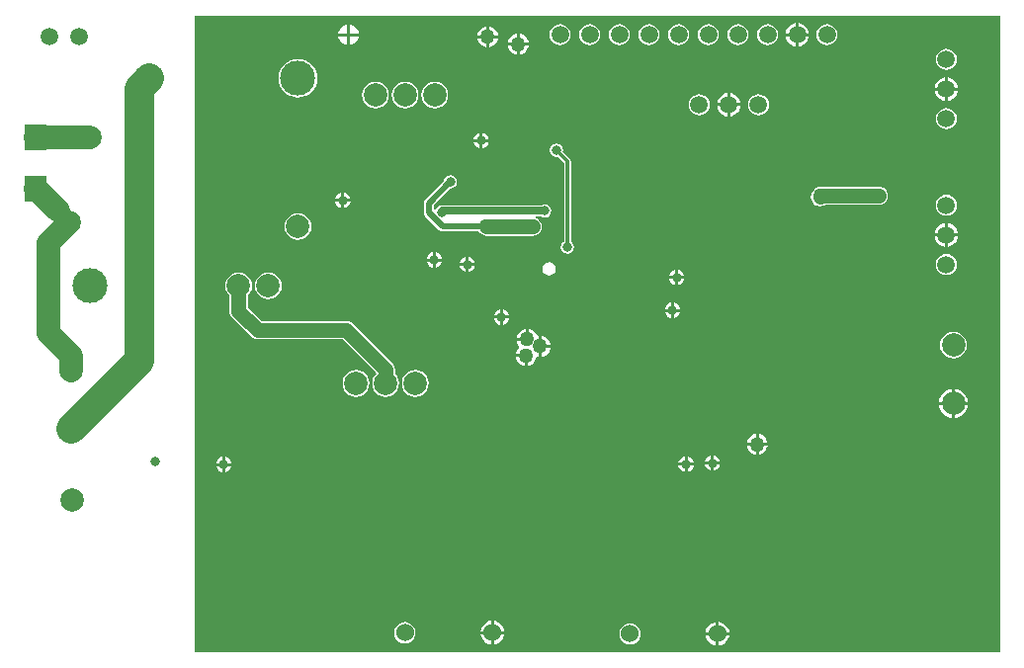
<source format=gbl>
G04 Layer_Physical_Order=2*
G04 Layer_Color=16711680*
%FSLAX25Y25*%
%MOIN*%
G70*
G01*
G75*
%ADD26C,0.05000*%
%ADD28C,0.01968*%
%ADD30C,0.01181*%
%ADD32C,0.02500*%
%ADD36C,0.07874*%
%ADD39C,0.05905*%
%ADD40C,0.07874*%
%ADD41C,0.11811*%
%ADD42C,0.06000*%
%ADD43C,0.05000*%
%ADD44C,0.03201*%
%ADD45R,0.07677X0.08858*%
%ADD46C,0.10000*%
G36*
X594488Y129921D02*
X322835D01*
X322835Y130737D01*
X322835Y344488D01*
X594488D01*
Y129921D01*
D02*
G37*
%LPC*%
G36*
X425878Y242413D02*
X423821D01*
X423844Y242234D01*
X424107Y241602D01*
X424523Y241059D01*
X425067Y240642D01*
X425699Y240380D01*
X425878Y240356D01*
Y242413D01*
D02*
G37*
G36*
X434539Y238897D02*
X434126Y238843D01*
X433274Y238490D01*
X432543Y237929D01*
X431982Y237198D01*
X431630Y236347D01*
X431575Y235933D01*
X434539D01*
Y238897D01*
D02*
G37*
G36*
X439870Y236535D02*
Y233571D01*
X442835D01*
X442780Y233984D01*
X442427Y234836D01*
X441866Y235567D01*
X441135Y236128D01*
X440284Y236481D01*
X439870Y236535D01*
D02*
G37*
G36*
X428935Y242413D02*
X426878D01*
Y240356D01*
X427057Y240380D01*
X427689Y240642D01*
X428233Y241059D01*
X428649Y241602D01*
X428911Y242234D01*
X428935Y242413D01*
D02*
G37*
G36*
X425878Y245470D02*
X425699Y245447D01*
X425067Y245185D01*
X424523Y244768D01*
X424107Y244225D01*
X423844Y243592D01*
X423821Y243413D01*
X425878D01*
Y245470D01*
D02*
G37*
G36*
X486557Y244700D02*
X484500D01*
Y242643D01*
X484679Y242667D01*
X485311Y242929D01*
X485855Y243345D01*
X486271Y243889D01*
X486533Y244521D01*
X486557Y244700D01*
D02*
G37*
G36*
X483500D02*
X481443D01*
X481466Y244521D01*
X481729Y243889D01*
X482145Y243345D01*
X482689Y242929D01*
X483321Y242667D01*
X483500Y242643D01*
Y244700D01*
D02*
G37*
G36*
X397300Y225156D02*
X396121Y225001D01*
X395022Y224546D01*
X394078Y223821D01*
X393354Y222878D01*
X392899Y221779D01*
X392744Y220600D01*
X392899Y219421D01*
X393354Y218322D01*
X394078Y217378D01*
X395022Y216654D01*
X396121Y216199D01*
X397300Y216044D01*
X398479Y216199D01*
X399578Y216654D01*
X400522Y217378D01*
X401245Y218322D01*
X401701Y219421D01*
X401856Y220600D01*
X401701Y221779D01*
X401245Y222878D01*
X400522Y223821D01*
X399578Y224546D01*
X398479Y225001D01*
X397300Y225156D01*
D02*
G37*
G36*
X337717Y258021D02*
X336537Y257865D01*
X335438Y257410D01*
X334495Y256686D01*
X333771Y255743D01*
X333316Y254644D01*
X333161Y253465D01*
X333316Y252285D01*
X333771Y251187D01*
X334495Y250243D01*
X334610Y250155D01*
Y244961D01*
X334716Y244157D01*
X335026Y243407D01*
X335520Y242764D01*
X341898Y236386D01*
X342541Y235892D01*
X343290Y235582D01*
X344094Y235476D01*
X372729D01*
X383897Y224308D01*
X384078Y223821D01*
X383354Y222878D01*
X382899Y221779D01*
X382744Y220600D01*
X382899Y219421D01*
X383354Y218322D01*
X384078Y217378D01*
X385022Y216654D01*
X386121Y216199D01*
X387300Y216044D01*
X388479Y216199D01*
X389578Y216654D01*
X390522Y217378D01*
X391246Y218322D01*
X391701Y219421D01*
X391856Y220600D01*
X391701Y221779D01*
X391246Y222878D01*
X390522Y223821D01*
X390406Y223910D01*
Y225299D01*
X390313Y226009D01*
X390301Y226102D01*
X389990Y226852D01*
X389497Y227495D01*
X376212Y240779D01*
X375569Y241273D01*
X374820Y241583D01*
X374016Y241689D01*
X345381D01*
X340823Y246247D01*
Y250155D01*
X340938Y250243D01*
X341662Y251187D01*
X342117Y252285D01*
X342272Y253465D01*
X342117Y254644D01*
X341662Y255743D01*
X340938Y256686D01*
X339995Y257410D01*
X338896Y257865D01*
X337717Y258021D01*
D02*
G37*
G36*
X377300Y225156D02*
X376121Y225001D01*
X375022Y224546D01*
X374078Y223821D01*
X373354Y222878D01*
X372899Y221779D01*
X372744Y220600D01*
X372899Y219421D01*
X373354Y218322D01*
X374078Y217378D01*
X375022Y216654D01*
X376121Y216199D01*
X377300Y216044D01*
X378479Y216199D01*
X379578Y216654D01*
X380521Y217378D01*
X381245Y218322D01*
X381701Y219421D01*
X381856Y220600D01*
X381701Y221779D01*
X381245Y222878D01*
X380521Y223821D01*
X379578Y224546D01*
X378479Y225001D01*
X377300Y225156D01*
D02*
G37*
G36*
X434146Y229421D02*
X431181D01*
X431236Y229008D01*
X431588Y228156D01*
X432149Y227425D01*
X432881Y226864D01*
X433732Y226511D01*
X434146Y226457D01*
Y229421D01*
D02*
G37*
G36*
X442835Y232571D02*
X439870D01*
Y229607D01*
X440284Y229661D01*
X441135Y230014D01*
X441866Y230575D01*
X442427Y231306D01*
X442780Y232157D01*
X442835Y232571D01*
D02*
G37*
G36*
X435539Y238897D02*
Y235433D01*
X435039D01*
Y234933D01*
X431575D01*
X431630Y234519D01*
X431982Y233668D01*
X432344Y233197D01*
X432308Y232539D01*
X432149Y232417D01*
X431588Y231686D01*
X431236Y230835D01*
X431181Y230421D01*
X434646D01*
Y229921D01*
X435146D01*
Y226457D01*
X435559Y226511D01*
X436411Y226864D01*
X437142Y227425D01*
X437703Y228156D01*
X438056Y229008D01*
X438116Y229464D01*
X438456Y229661D01*
X438870Y229607D01*
Y233071D01*
Y236535D01*
X438456Y236481D01*
X438403Y236459D01*
X438097Y237198D01*
X437536Y237929D01*
X436804Y238490D01*
X435953Y238843D01*
X435539Y238897D01*
D02*
G37*
G36*
X578740Y238021D02*
X577561Y237865D01*
X576462Y237410D01*
X575519Y236686D01*
X574795Y235743D01*
X574339Y234644D01*
X574184Y233465D01*
X574339Y232285D01*
X574795Y231187D01*
X575519Y230243D01*
X576462Y229519D01*
X577561Y229064D01*
X578740Y228909D01*
X579919Y229064D01*
X581018Y229519D01*
X581962Y230243D01*
X582686Y231187D01*
X583141Y232285D01*
X583296Y233465D01*
X583141Y234644D01*
X582686Y235743D01*
X581962Y236686D01*
X581018Y237410D01*
X579919Y237865D01*
X578740Y238021D01*
D02*
G37*
G36*
X426878Y245470D02*
Y243413D01*
X428935D01*
X428911Y243592D01*
X428649Y244225D01*
X428233Y244768D01*
X427689Y245185D01*
X427057Y245447D01*
X426878Y245470D01*
D02*
G37*
G36*
X414300Y260200D02*
X412243D01*
X412266Y260021D01*
X412529Y259389D01*
X412945Y258845D01*
X413489Y258429D01*
X414121Y258167D01*
X414300Y258143D01*
Y260200D01*
D02*
G37*
G36*
X576378Y264193D02*
X575456Y264072D01*
X574596Y263716D01*
X573858Y263149D01*
X573292Y262411D01*
X572936Y261552D01*
X572815Y260630D01*
X572936Y259708D01*
X573292Y258848D01*
X573858Y258110D01*
X574596Y257544D01*
X575456Y257188D01*
X576378Y257067D01*
X577300Y257188D01*
X578160Y257544D01*
X578897Y258110D01*
X579464Y258848D01*
X579820Y259708D01*
X579941Y260630D01*
X579820Y261552D01*
X579464Y262411D01*
X578897Y263149D01*
X578160Y263716D01*
X577300Y264072D01*
X576378Y264193D01*
D02*
G37*
G36*
X442400Y261423D02*
X441549Y261254D01*
X440828Y260772D01*
X440346Y260051D01*
X440177Y259200D01*
X440346Y258349D01*
X440828Y257628D01*
X441549Y257146D01*
X442400Y256977D01*
X443251Y257146D01*
X443972Y257628D01*
X444454Y258349D01*
X444623Y259200D01*
X444454Y260051D01*
X443972Y260772D01*
X443251Y261254D01*
X442400Y261423D01*
D02*
G37*
G36*
X417357Y260200D02*
X415300D01*
Y258143D01*
X415479Y258167D01*
X416111Y258429D01*
X416655Y258845D01*
X417071Y259389D01*
X417334Y260021D01*
X417357Y260200D01*
D02*
G37*
G36*
X414300Y263257D02*
X414121Y263233D01*
X413489Y262971D01*
X412945Y262555D01*
X412529Y262011D01*
X412266Y261379D01*
X412243Y261200D01*
X414300D01*
Y263257D01*
D02*
G37*
G36*
X406257Y261700D02*
X404200D01*
Y259643D01*
X404379Y259666D01*
X405011Y259929D01*
X405555Y260345D01*
X405971Y260889D01*
X406234Y261521D01*
X406257Y261700D01*
D02*
G37*
G36*
X403200D02*
X401143D01*
X401166Y261521D01*
X401429Y260889D01*
X401845Y260345D01*
X402389Y259929D01*
X403021Y259666D01*
X403200Y259643D01*
Y261700D01*
D02*
G37*
G36*
X347716Y258021D02*
X346537Y257865D01*
X345439Y257410D01*
X344495Y256686D01*
X343771Y255743D01*
X343316Y254644D01*
X343161Y253465D01*
X343316Y252285D01*
X343771Y251187D01*
X344495Y250243D01*
X345439Y249519D01*
X346537Y249064D01*
X347716Y248909D01*
X348896Y249064D01*
X349994Y249519D01*
X350938Y250243D01*
X351662Y251187D01*
X352117Y252285D01*
X352273Y253465D01*
X352117Y254644D01*
X351662Y255743D01*
X350938Y256686D01*
X349994Y257410D01*
X348896Y257865D01*
X347716Y258021D01*
D02*
G37*
G36*
X484500Y247757D02*
Y245700D01*
X486557D01*
X486533Y245879D01*
X486271Y246511D01*
X485855Y247055D01*
X485311Y247471D01*
X484679Y247733D01*
X484500Y247757D01*
D02*
G37*
G36*
X483500D02*
X483321Y247733D01*
X482689Y247471D01*
X482145Y247055D01*
X481729Y246511D01*
X481466Y245879D01*
X481443Y245700D01*
X483500D01*
Y247757D01*
D02*
G37*
G36*
X484933Y255799D02*
X482876D01*
X482900Y255620D01*
X483162Y254988D01*
X483578Y254445D01*
X484122Y254028D01*
X484754Y253766D01*
X484933Y253742D01*
Y255799D01*
D02*
G37*
G36*
X485933Y258856D02*
Y256799D01*
X487990D01*
X487966Y256978D01*
X487705Y257611D01*
X487288Y258154D01*
X486744Y258571D01*
X486112Y258833D01*
X485933Y258856D01*
D02*
G37*
G36*
X484933D02*
X484754Y258833D01*
X484122Y258571D01*
X483578Y258154D01*
X483162Y257611D01*
X482900Y256978D01*
X482876Y256799D01*
X484933D01*
Y258856D01*
D02*
G37*
G36*
X487990Y255799D02*
X485933D01*
Y253742D01*
X486112Y253766D01*
X486744Y254028D01*
X487288Y254445D01*
X487705Y254988D01*
X487966Y255620D01*
X487990Y255799D01*
D02*
G37*
G36*
X579240Y218693D02*
Y214280D01*
X583654D01*
X583550Y215068D01*
X583053Y216269D01*
X582261Y217301D01*
X581230Y218092D01*
X580029Y218589D01*
X579240Y218693D01*
D02*
G37*
G36*
X423800Y140469D02*
Y137000D01*
X427269D01*
X427197Y137544D01*
X426794Y138517D01*
X426153Y139353D01*
X425317Y139994D01*
X424344Y140397D01*
X423800Y140469D01*
D02*
G37*
G36*
X422800D02*
X422256Y140397D01*
X421283Y139994D01*
X420447Y139353D01*
X419806Y138517D01*
X419403Y137544D01*
X419331Y137000D01*
X422800D01*
Y140469D01*
D02*
G37*
G36*
X499700Y140069D02*
Y136600D01*
X503169D01*
X503097Y137144D01*
X502694Y138117D01*
X502053Y138953D01*
X501217Y139594D01*
X500244Y139997D01*
X499700Y140069D01*
D02*
G37*
G36*
X332200Y192700D02*
X330143D01*
X330167Y192521D01*
X330429Y191889D01*
X330845Y191345D01*
X331389Y190929D01*
X332021Y190666D01*
X332200Y190643D01*
Y192700D01*
D02*
G37*
G36*
X491140Y192807D02*
X489083D01*
Y190750D01*
X489261Y190773D01*
X489894Y191036D01*
X490437Y191452D01*
X490854Y191996D01*
X491116Y192628D01*
X491140Y192807D01*
D02*
G37*
G36*
X488083D02*
X486026D01*
X486049Y192628D01*
X486311Y191996D01*
X486728Y191452D01*
X487271Y191036D01*
X487904Y190773D01*
X488083Y190750D01*
Y192807D01*
D02*
G37*
G36*
X335257Y192700D02*
X333200D01*
Y190643D01*
X333379Y190666D01*
X334011Y190929D01*
X334555Y191345D01*
X334971Y191889D01*
X335233Y192521D01*
X335257Y192700D01*
D02*
G37*
G36*
X469672Y139711D02*
X468738Y139588D01*
X467867Y139227D01*
X467119Y138653D01*
X466545Y137905D01*
X466185Y137034D01*
X466061Y136100D01*
X466185Y135165D01*
X466545Y134294D01*
X467119Y133547D01*
X467867Y132973D01*
X468738Y132612D01*
X469672Y132489D01*
X470607Y132612D01*
X471478Y132973D01*
X472226Y133547D01*
X472799Y134294D01*
X473160Y135165D01*
X473283Y136100D01*
X473160Y137034D01*
X472799Y137905D01*
X472226Y138653D01*
X471478Y139227D01*
X470607Y139588D01*
X469672Y139711D01*
D02*
G37*
G36*
X503169Y135600D02*
X499700D01*
Y132131D01*
X500244Y132203D01*
X501217Y132606D01*
X502053Y133247D01*
X502694Y134083D01*
X503097Y135056D01*
X503169Y135600D01*
D02*
G37*
G36*
X498700D02*
X495231D01*
X495303Y135056D01*
X495706Y134083D01*
X496347Y133247D01*
X497183Y132606D01*
X498156Y132203D01*
X498700Y132131D01*
Y135600D01*
D02*
G37*
G36*
X422800Y136000D02*
X419331D01*
X419403Y135456D01*
X419806Y134483D01*
X420447Y133647D01*
X421283Y133006D01*
X422256Y132603D01*
X422800Y132531D01*
Y136000D01*
D02*
G37*
G36*
X498700Y140069D02*
X498156Y139997D01*
X497183Y139594D01*
X496347Y138953D01*
X495706Y138117D01*
X495303Y137144D01*
X495231Y136600D01*
X498700D01*
Y140069D01*
D02*
G37*
G36*
X393772Y140111D02*
X392838Y139988D01*
X391967Y139627D01*
X391219Y139053D01*
X390645Y138305D01*
X390284Y137434D01*
X390161Y136500D01*
X390284Y135565D01*
X390645Y134695D01*
X391219Y133947D01*
X391967Y133373D01*
X392838Y133012D01*
X393772Y132889D01*
X394707Y133012D01*
X395578Y133373D01*
X396326Y133947D01*
X396900Y134695D01*
X397260Y135565D01*
X397383Y136500D01*
X397260Y137434D01*
X396900Y138305D01*
X396326Y139053D01*
X395578Y139627D01*
X394707Y139988D01*
X393772Y140111D01*
D02*
G37*
G36*
X427269Y136000D02*
X423800D01*
Y132531D01*
X424344Y132603D01*
X425317Y133006D01*
X426153Y133647D01*
X426794Y134483D01*
X427197Y135456D01*
X427269Y136000D01*
D02*
G37*
G36*
X497000Y193200D02*
X494943D01*
X494967Y193021D01*
X495229Y192389D01*
X495645Y191845D01*
X496189Y191429D01*
X496821Y191166D01*
X497000Y191143D01*
Y193200D01*
D02*
G37*
G36*
X512098Y203464D02*
X511685Y203410D01*
X510833Y203057D01*
X510102Y202496D01*
X509541Y201765D01*
X509189Y200914D01*
X509134Y200500D01*
X512098D01*
Y203464D01*
D02*
G37*
G36*
X516063Y199500D02*
X513098D01*
Y196536D01*
X513512Y196590D01*
X514363Y196943D01*
X515095Y197504D01*
X515656Y198235D01*
X516008Y199086D01*
X516063Y199500D01*
D02*
G37*
G36*
X512098D02*
X509134D01*
X509189Y199086D01*
X509541Y198235D01*
X510102Y197504D01*
X510833Y196943D01*
X511685Y196590D01*
X512098Y196536D01*
Y199500D01*
D02*
G37*
G36*
X513098Y203464D02*
Y200500D01*
X516063D01*
X516008Y200914D01*
X515656Y201765D01*
X515095Y202496D01*
X514363Y203057D01*
X513512Y203410D01*
X513098Y203464D01*
D02*
G37*
G36*
X578240Y218693D02*
X577451Y218589D01*
X576250Y218092D01*
X575219Y217301D01*
X574428Y216269D01*
X573930Y215068D01*
X573826Y214280D01*
X578240D01*
Y218693D01*
D02*
G37*
G36*
X583654Y213280D02*
X579240D01*
Y208866D01*
X580029Y208970D01*
X581230Y209467D01*
X582261Y210259D01*
X583053Y211290D01*
X583550Y212491D01*
X583654Y213280D01*
D02*
G37*
G36*
X578240D02*
X573826D01*
X573930Y212491D01*
X574428Y211290D01*
X575219Y210259D01*
X576250Y209467D01*
X577451Y208970D01*
X578240Y208866D01*
Y213280D01*
D02*
G37*
G36*
X333200Y195757D02*
Y193700D01*
X335257D01*
X335233Y193879D01*
X334971Y194511D01*
X334555Y195055D01*
X334011Y195471D01*
X333379Y195733D01*
X333200Y195757D01*
D02*
G37*
G36*
X332200D02*
X332021Y195733D01*
X331389Y195471D01*
X330845Y195055D01*
X330429Y194511D01*
X330167Y193879D01*
X330143Y193700D01*
X332200D01*
Y195757D01*
D02*
G37*
G36*
X500057Y193200D02*
X498000D01*
Y191143D01*
X498179Y191166D01*
X498811Y191429D01*
X499355Y191845D01*
X499771Y192389D01*
X500034Y193021D01*
X500057Y193200D01*
D02*
G37*
G36*
X488083Y195864D02*
X487904Y195841D01*
X487271Y195578D01*
X486728Y195162D01*
X486311Y194618D01*
X486049Y193986D01*
X486026Y193807D01*
X488083D01*
Y195864D01*
D02*
G37*
G36*
X498000Y196257D02*
Y194200D01*
X500057D01*
X500034Y194379D01*
X499771Y195011D01*
X499355Y195555D01*
X498811Y195971D01*
X498179Y196233D01*
X498000Y196257D01*
D02*
G37*
G36*
X497000D02*
X496821Y196233D01*
X496189Y195971D01*
X495645Y195555D01*
X495229Y195011D01*
X494967Y194379D01*
X494943Y194200D01*
X497000D01*
Y196257D01*
D02*
G37*
G36*
X489083Y195864D02*
Y193807D01*
X491140D01*
X491116Y193986D01*
X490854Y194618D01*
X490437Y195162D01*
X489894Y195578D01*
X489261Y195841D01*
X489083Y195864D01*
D02*
G37*
G36*
X415300Y263257D02*
Y261200D01*
X417357D01*
X417334Y261379D01*
X417071Y262011D01*
X416655Y262555D01*
X416111Y262971D01*
X415479Y263233D01*
X415300Y263257D01*
D02*
G37*
G36*
X529984Y337689D02*
X526563D01*
Y334268D01*
X527095Y334338D01*
X528056Y334736D01*
X528882Y335370D01*
X529516Y336196D01*
X529914Y337157D01*
X529984Y337689D01*
D02*
G37*
G36*
X525563D02*
X522142D01*
X522212Y337157D01*
X522610Y336196D01*
X523244Y335370D01*
X524070Y334736D01*
X525031Y334338D01*
X525563Y334268D01*
Y337689D01*
D02*
G37*
G36*
X425164Y337000D02*
X422200D01*
Y334036D01*
X422614Y334090D01*
X423465Y334443D01*
X424196Y335004D01*
X424757Y335735D01*
X425110Y336586D01*
X425164Y337000D01*
D02*
G37*
G36*
X446063Y341752D02*
X445141Y341631D01*
X444281Y341275D01*
X443543Y340709D01*
X442977Y339971D01*
X442621Y339111D01*
X442500Y338189D01*
X442621Y337267D01*
X442977Y336407D01*
X443543Y335669D01*
X444281Y335103D01*
X445141Y334747D01*
X446063Y334626D01*
X446985Y334747D01*
X447845Y335103D01*
X448583Y335669D01*
X449149Y336407D01*
X449505Y337267D01*
X449626Y338189D01*
X449505Y339111D01*
X449149Y339971D01*
X448583Y340709D01*
X447845Y341275D01*
X446985Y341631D01*
X446063Y341752D01*
D02*
G37*
G36*
X476063D02*
X475141Y341631D01*
X474281Y341275D01*
X473543Y340709D01*
X472977Y339971D01*
X472621Y339111D01*
X472500Y338189D01*
X472621Y337267D01*
X472977Y336407D01*
X473543Y335669D01*
X474281Y335103D01*
X475141Y334747D01*
X476063Y334626D01*
X476985Y334747D01*
X477845Y335103D01*
X478583Y335669D01*
X479149Y336407D01*
X479505Y337267D01*
X479626Y338189D01*
X479505Y339111D01*
X479149Y339971D01*
X478583Y340709D01*
X477845Y341275D01*
X476985Y341631D01*
X476063Y341752D01*
D02*
G37*
G36*
X466063D02*
X465141Y341631D01*
X464281Y341275D01*
X463543Y340709D01*
X462977Y339971D01*
X462621Y339111D01*
X462500Y338189D01*
X462621Y337267D01*
X462977Y336407D01*
X463543Y335669D01*
X464281Y335103D01*
X465141Y334747D01*
X466063Y334626D01*
X466985Y334747D01*
X467845Y335103D01*
X468583Y335669D01*
X469149Y336407D01*
X469505Y337267D01*
X469626Y338189D01*
X469505Y339111D01*
X469149Y339971D01*
X468583Y340709D01*
X467845Y341275D01*
X466985Y341631D01*
X466063Y341752D01*
D02*
G37*
G36*
X456063D02*
X455141Y341631D01*
X454281Y341275D01*
X453543Y340709D01*
X452977Y339971D01*
X452621Y339111D01*
X452500Y338189D01*
X452621Y337267D01*
X452977Y336407D01*
X453543Y335669D01*
X454281Y335103D01*
X455141Y334747D01*
X456063Y334626D01*
X456985Y334747D01*
X457845Y335103D01*
X458583Y335669D01*
X459149Y336407D01*
X459505Y337267D01*
X459626Y338189D01*
X459505Y339111D01*
X459149Y339971D01*
X458583Y340709D01*
X457845Y341275D01*
X456985Y341631D01*
X456063Y341752D01*
D02*
G37*
G36*
X421200Y337000D02*
X418236D01*
X418290Y336586D01*
X418643Y335735D01*
X419204Y335004D01*
X419935Y334443D01*
X420786Y334090D01*
X421200Y334036D01*
Y337000D01*
D02*
G37*
G36*
X575878Y323763D02*
X575346Y323693D01*
X574384Y323295D01*
X573559Y322662D01*
X572925Y321836D01*
X572527Y320874D01*
X572457Y320342D01*
X575878D01*
Y323763D01*
D02*
G37*
G36*
X357716Y329981D02*
X356445Y329856D01*
X355223Y329485D01*
X354096Y328883D01*
X353108Y328073D01*
X352298Y327085D01*
X351696Y325958D01*
X351325Y324736D01*
X351200Y323465D01*
X351325Y322193D01*
X351696Y320971D01*
X352298Y319844D01*
X353108Y318856D01*
X354096Y318046D01*
X355223Y317444D01*
X356445Y317073D01*
X357716Y316948D01*
X358988Y317073D01*
X360210Y317444D01*
X361337Y318046D01*
X362325Y318856D01*
X363135Y319844D01*
X363737Y320971D01*
X364108Y322193D01*
X364233Y323465D01*
X364108Y324736D01*
X363737Y325958D01*
X363135Y327085D01*
X362325Y328073D01*
X361337Y328883D01*
X360210Y329485D01*
X358988Y329856D01*
X357716Y329981D01*
D02*
G37*
G36*
X580299Y319342D02*
X576878D01*
Y315921D01*
X577410Y315991D01*
X578371Y316390D01*
X579197Y317023D01*
X579831Y317849D01*
X580229Y318811D01*
X580299Y319342D01*
D02*
G37*
G36*
X576878Y323763D02*
Y320342D01*
X580299D01*
X580229Y320874D01*
X579831Y321836D01*
X579197Y322662D01*
X578371Y323295D01*
X577410Y323693D01*
X576878Y323763D01*
D02*
G37*
G36*
X435464Y334500D02*
X432500D01*
Y331536D01*
X432914Y331590D01*
X433765Y331943D01*
X434496Y332504D01*
X435057Y333235D01*
X435410Y334086D01*
X435464Y334500D01*
D02*
G37*
G36*
X431500D02*
X428536D01*
X428590Y334086D01*
X428943Y333235D01*
X429504Y332504D01*
X430235Y331943D01*
X431086Y331590D01*
X431500Y331536D01*
Y334500D01*
D02*
G37*
G36*
X576378Y333406D02*
X575456Y333284D01*
X574596Y332928D01*
X573858Y332362D01*
X573292Y331624D01*
X572936Y330765D01*
X572815Y329842D01*
X572936Y328920D01*
X573292Y328061D01*
X573858Y327323D01*
X574596Y326757D01*
X575456Y326401D01*
X576378Y326279D01*
X577300Y326401D01*
X578160Y326757D01*
X578897Y327323D01*
X579464Y328061D01*
X579820Y328920D01*
X579941Y329842D01*
X579820Y330765D01*
X579464Y331624D01*
X578897Y332362D01*
X578160Y332928D01*
X577300Y333284D01*
X576378Y333406D01*
D02*
G37*
G36*
X422200Y340964D02*
Y338000D01*
X425164D01*
X425110Y338414D01*
X424757Y339265D01*
X424196Y339996D01*
X423465Y340557D01*
X422614Y340910D01*
X422200Y340964D01*
D02*
G37*
G36*
X421200D02*
X420786Y340910D01*
X419935Y340557D01*
X419204Y339996D01*
X418643Y339265D01*
X418290Y338414D01*
X418236Y338000D01*
X421200D01*
Y340964D01*
D02*
G37*
G36*
X432500Y338464D02*
Y335500D01*
X435464D01*
X435410Y335914D01*
X435057Y336765D01*
X434496Y337496D01*
X433765Y338057D01*
X432914Y338410D01*
X432500Y338464D01*
D02*
G37*
G36*
X525563Y342110D02*
X525031Y342040D01*
X524070Y341642D01*
X523244Y341008D01*
X522610Y340182D01*
X522212Y339221D01*
X522142Y338689D01*
X525563D01*
Y342110D01*
D02*
G37*
G36*
X375300Y341664D02*
Y338700D01*
X378264D01*
X378210Y339114D01*
X377857Y339965D01*
X377296Y340696D01*
X376565Y341257D01*
X375714Y341610D01*
X375300Y341664D01*
D02*
G37*
G36*
X374300D02*
X373886Y341610D01*
X373035Y341257D01*
X372304Y340696D01*
X371743Y339965D01*
X371390Y339114D01*
X371336Y338700D01*
X374300D01*
Y341664D01*
D02*
G37*
G36*
X526563Y342110D02*
Y338689D01*
X529984D01*
X529914Y339221D01*
X529516Y340182D01*
X528882Y341008D01*
X528056Y341642D01*
X527095Y342040D01*
X526563Y342110D01*
D02*
G37*
G36*
X431500Y338464D02*
X431086Y338410D01*
X430235Y338057D01*
X429504Y337496D01*
X428943Y336765D01*
X428590Y335914D01*
X428536Y335500D01*
X431500D01*
Y338464D01*
D02*
G37*
G36*
X506063Y341752D02*
X505141Y341631D01*
X504281Y341275D01*
X503543Y340709D01*
X502977Y339971D01*
X502621Y339111D01*
X502500Y338189D01*
X502621Y337267D01*
X502977Y336407D01*
X503543Y335669D01*
X504281Y335103D01*
X505141Y334747D01*
X506063Y334626D01*
X506985Y334747D01*
X507845Y335103D01*
X508583Y335669D01*
X509149Y336407D01*
X509505Y337267D01*
X509626Y338189D01*
X509505Y339111D01*
X509149Y339971D01*
X508583Y340709D01*
X507845Y341275D01*
X506985Y341631D01*
X506063Y341752D01*
D02*
G37*
G36*
X496063D02*
X495141Y341631D01*
X494281Y341275D01*
X493543Y340709D01*
X492977Y339971D01*
X492621Y339111D01*
X492500Y338189D01*
X492621Y337267D01*
X492977Y336407D01*
X493543Y335669D01*
X494281Y335103D01*
X495141Y334747D01*
X496063Y334626D01*
X496985Y334747D01*
X497845Y335103D01*
X498583Y335669D01*
X499149Y336407D01*
X499505Y337267D01*
X499626Y338189D01*
X499505Y339111D01*
X499149Y339971D01*
X498583Y340709D01*
X497845Y341275D01*
X496985Y341631D01*
X496063Y341752D01*
D02*
G37*
G36*
X486063D02*
X485141Y341631D01*
X484281Y341275D01*
X483543Y340709D01*
X482977Y339971D01*
X482621Y339111D01*
X482500Y338189D01*
X482621Y337267D01*
X482977Y336407D01*
X483543Y335669D01*
X484281Y335103D01*
X485141Y334747D01*
X486063Y334626D01*
X486985Y334747D01*
X487845Y335103D01*
X488583Y335669D01*
X489149Y336407D01*
X489505Y337267D01*
X489626Y338189D01*
X489505Y339111D01*
X489149Y339971D01*
X488583Y340709D01*
X487845Y341275D01*
X486985Y341631D01*
X486063Y341752D01*
D02*
G37*
G36*
X516063D02*
X515141Y341631D01*
X514281Y341275D01*
X513543Y340709D01*
X512977Y339971D01*
X512621Y339111D01*
X512500Y338189D01*
X512621Y337267D01*
X512977Y336407D01*
X513543Y335669D01*
X514281Y335103D01*
X515141Y334747D01*
X516063Y334626D01*
X516985Y334747D01*
X517845Y335103D01*
X518583Y335669D01*
X519149Y336407D01*
X519505Y337267D01*
X519626Y338189D01*
X519505Y339111D01*
X519149Y339971D01*
X518583Y340709D01*
X517845Y341275D01*
X516985Y341631D01*
X516063Y341752D01*
D02*
G37*
G36*
X378264Y337700D02*
X375300D01*
Y334736D01*
X375714Y334790D01*
X376565Y335143D01*
X377296Y335704D01*
X377857Y336435D01*
X378210Y337286D01*
X378264Y337700D01*
D02*
G37*
G36*
X374300D02*
X371336D01*
X371390Y337286D01*
X371743Y336435D01*
X372304Y335704D01*
X373035Y335143D01*
X373886Y334790D01*
X374300Y334736D01*
Y337700D01*
D02*
G37*
G36*
X536063Y341752D02*
X535141Y341631D01*
X534281Y341275D01*
X533543Y340709D01*
X532977Y339971D01*
X532621Y339111D01*
X532500Y338189D01*
X532621Y337267D01*
X532977Y336407D01*
X533543Y335669D01*
X534281Y335103D01*
X535141Y334747D01*
X536063Y334626D01*
X536985Y334747D01*
X537845Y335103D01*
X538583Y335669D01*
X539149Y336407D01*
X539505Y337267D01*
X539626Y338189D01*
X539505Y339111D01*
X539149Y339971D01*
X538583Y340709D01*
X537845Y341275D01*
X536985Y341631D01*
X536063Y341752D01*
D02*
G37*
G36*
X375392Y281784D02*
X373335D01*
Y279727D01*
X373514Y279750D01*
X374146Y280012D01*
X374689Y280429D01*
X375106Y280972D01*
X375368Y281605D01*
X375392Y281784D01*
D02*
G37*
G36*
X372335D02*
X370278D01*
X370301Y281605D01*
X370563Y280972D01*
X370980Y280429D01*
X371523Y280012D01*
X372156Y279750D01*
X372335Y279727D01*
Y281784D01*
D02*
G37*
G36*
X576378Y284193D02*
X575456Y284072D01*
X574596Y283716D01*
X573858Y283150D01*
X573292Y282412D01*
X572936Y281552D01*
X572815Y280630D01*
X572936Y279708D01*
X573292Y278848D01*
X573858Y278110D01*
X574596Y277544D01*
X575456Y277188D01*
X576378Y277067D01*
X577300Y277188D01*
X578160Y277544D01*
X578897Y278110D01*
X579464Y278848D01*
X579820Y279708D01*
X579941Y280630D01*
X579820Y281552D01*
X579464Y282412D01*
X578897Y283150D01*
X578160Y283716D01*
X577300Y284072D01*
X576378Y284193D01*
D02*
G37*
G36*
X553543Y286965D02*
X534258D01*
X533454Y286859D01*
X533247Y286773D01*
X533139Y286759D01*
X532390Y286449D01*
X531747Y285955D01*
X531253Y285312D01*
X530943Y284562D01*
X530940Y284544D01*
X530799Y284204D01*
X530693Y283400D01*
X530799Y282596D01*
X531110Y281847D01*
X531603Y281203D01*
X532247Y280710D01*
X532996Y280399D01*
X533800Y280293D01*
X534604Y280399D01*
X535353Y280710D01*
X535408Y280752D01*
X553543D01*
X554347Y280858D01*
X555097Y281168D01*
X555740Y281662D01*
X556234Y282305D01*
X556544Y283054D01*
X556650Y283858D01*
X556544Y284662D01*
X556234Y285412D01*
X555740Y286055D01*
X555097Y286549D01*
X554347Y286859D01*
X553543Y286965D01*
D02*
G37*
G36*
X409100Y290723D02*
X408249Y290554D01*
X407528Y290072D01*
X407046Y289351D01*
X406917Y288700D01*
X400672Y282455D01*
X400326Y281938D01*
X400306Y281837D01*
X400205Y281327D01*
Y278132D01*
X400306Y277623D01*
X400326Y277522D01*
X400672Y277005D01*
X405346Y272330D01*
X405864Y271985D01*
X405965Y271965D01*
X406474Y271863D01*
X418700D01*
X419162Y271262D01*
X419805Y270768D01*
X420554Y270458D01*
X421358Y270352D01*
X436843D01*
X437647Y270458D01*
X438397Y270768D01*
X439040Y271262D01*
X439534Y271905D01*
X439844Y272654D01*
X439950Y273458D01*
X439844Y274262D01*
X439534Y275012D01*
X439040Y275655D01*
X438397Y276149D01*
X437852Y276374D01*
X437951Y276874D01*
X439868D01*
X440149Y276686D01*
X441000Y276517D01*
X441851Y276686D01*
X442572Y277168D01*
X443054Y277889D01*
X443223Y278740D01*
X443054Y279591D01*
X442572Y280312D01*
X441851Y280794D01*
X441000Y280963D01*
X440149Y280794D01*
X439868Y280606D01*
X406483D01*
X406483Y280606D01*
X406175Y280545D01*
X406083Y280563D01*
X405232Y280394D01*
X404511Y279912D01*
X404131Y279344D01*
X403636Y279180D01*
X403516Y279177D01*
X403395Y279267D01*
Y280667D01*
X409021Y286293D01*
X409100Y286277D01*
X409951Y286446D01*
X410672Y286928D01*
X411154Y287649D01*
X411323Y288500D01*
X411154Y289351D01*
X410672Y290072D01*
X409951Y290554D01*
X409100Y290723D01*
D02*
G37*
G36*
X373335Y284840D02*
Y282784D01*
X375392D01*
X375368Y282962D01*
X375106Y283595D01*
X374689Y284138D01*
X374146Y284555D01*
X373514Y284817D01*
X373335Y284840D01*
D02*
G37*
G36*
X372335D02*
X372156Y284817D01*
X371523Y284555D01*
X370980Y284138D01*
X370563Y283595D01*
X370301Y282962D01*
X370278Y282784D01*
X372335D01*
Y284840D01*
D02*
G37*
G36*
X576878Y274551D02*
Y271130D01*
X580299D01*
X580229Y271662D01*
X579831Y272623D01*
X579197Y273449D01*
X578371Y274083D01*
X577410Y274481D01*
X576878Y274551D01*
D02*
G37*
G36*
X444882Y301436D02*
X444031Y301267D01*
X443310Y300785D01*
X442828Y300063D01*
X442659Y299213D01*
X442828Y298362D01*
X443310Y297641D01*
X444031Y297159D01*
X444882Y296989D01*
X445328Y297078D01*
X447406Y295000D01*
Y268325D01*
X447028Y268072D01*
X446546Y267351D01*
X446377Y266500D01*
X446546Y265649D01*
X447028Y264928D01*
X447749Y264446D01*
X448600Y264277D01*
X449451Y264446D01*
X450172Y264928D01*
X450654Y265649D01*
X450823Y266500D01*
X450654Y267351D01*
X450172Y268072D01*
X449793Y268325D01*
Y295495D01*
X449703Y295951D01*
X449444Y296338D01*
X447016Y298766D01*
X447105Y299213D01*
X446936Y300063D01*
X446454Y300785D01*
X445733Y301267D01*
X444882Y301436D01*
D02*
G37*
G36*
X404200Y264757D02*
Y262700D01*
X406257D01*
X406234Y262879D01*
X405971Y263511D01*
X405555Y264055D01*
X405011Y264471D01*
X404379Y264734D01*
X404200Y264757D01*
D02*
G37*
G36*
X403200D02*
X403021Y264734D01*
X402389Y264471D01*
X401845Y264055D01*
X401429Y263511D01*
X401166Y262879D01*
X401143Y262700D01*
X403200D01*
Y264757D01*
D02*
G37*
G36*
X575878Y270130D02*
X572457D01*
X572527Y269598D01*
X572925Y268636D01*
X573559Y267811D01*
X574384Y267177D01*
X575346Y266779D01*
X575878Y266709D01*
Y270130D01*
D02*
G37*
G36*
Y274551D02*
X575346Y274481D01*
X574384Y274083D01*
X573559Y273449D01*
X572925Y272623D01*
X572527Y271662D01*
X572457Y271130D01*
X575878D01*
Y274551D01*
D02*
G37*
G36*
X357716Y278021D02*
X356537Y277865D01*
X355438Y277410D01*
X354495Y276686D01*
X353771Y275743D01*
X353316Y274644D01*
X353161Y273465D01*
X353316Y272285D01*
X353771Y271187D01*
X354495Y270243D01*
X355438Y269519D01*
X356537Y269064D01*
X357716Y268909D01*
X358896Y269064D01*
X359995Y269519D01*
X360938Y270243D01*
X361662Y271187D01*
X362117Y272285D01*
X362273Y273465D01*
X362117Y274644D01*
X361662Y275743D01*
X360938Y276686D01*
X359995Y277410D01*
X358896Y277865D01*
X357716Y278021D01*
D02*
G37*
G36*
X580299Y270130D02*
X576878D01*
Y266709D01*
X577410Y266779D01*
X578371Y267177D01*
X579197Y267811D01*
X579831Y268636D01*
X580229Y269598D01*
X580299Y270130D01*
D02*
G37*
G36*
X393800Y322356D02*
X392621Y322201D01*
X391522Y321746D01*
X390578Y321022D01*
X389854Y320078D01*
X389399Y318979D01*
X389244Y317800D01*
X389399Y316621D01*
X389854Y315522D01*
X390578Y314578D01*
X391522Y313854D01*
X392621Y313399D01*
X393800Y313244D01*
X394979Y313399D01*
X396078Y313854D01*
X397022Y314578D01*
X397745Y315522D01*
X398201Y316621D01*
X398356Y317800D01*
X398201Y318979D01*
X397745Y320078D01*
X397022Y321022D01*
X396078Y321746D01*
X394979Y322201D01*
X393800Y322356D01*
D02*
G37*
G36*
X383800D02*
X382621Y322201D01*
X381522Y321746D01*
X380578Y321022D01*
X379854Y320078D01*
X379399Y318979D01*
X379244Y317800D01*
X379399Y316621D01*
X379854Y315522D01*
X380578Y314578D01*
X381522Y313854D01*
X382621Y313399D01*
X383800Y313244D01*
X384979Y313399D01*
X386078Y313854D01*
X387021Y314578D01*
X387745Y315522D01*
X388201Y316621D01*
X388356Y317800D01*
X388201Y318979D01*
X387745Y320078D01*
X387021Y321022D01*
X386078Y321746D01*
X384979Y322201D01*
X383800Y322356D01*
D02*
G37*
G36*
X512992Y318130D02*
X512070Y318009D01*
X511210Y317653D01*
X510472Y317087D01*
X509906Y316349D01*
X509550Y315489D01*
X509429Y314567D01*
X509550Y313645D01*
X509906Y312785D01*
X510472Y312047D01*
X511210Y311481D01*
X512070Y311125D01*
X512992Y311004D01*
X513914Y311125D01*
X514774Y311481D01*
X515512Y312047D01*
X516078Y312785D01*
X516434Y313645D01*
X516555Y314567D01*
X516434Y315489D01*
X516078Y316349D01*
X515512Y317087D01*
X514774Y317653D01*
X513914Y318009D01*
X512992Y318130D01*
D02*
G37*
G36*
X403800Y322356D02*
X402621Y322201D01*
X401522Y321746D01*
X400578Y321022D01*
X399854Y320078D01*
X399399Y318979D01*
X399244Y317800D01*
X399399Y316621D01*
X399854Y315522D01*
X400578Y314578D01*
X401522Y313854D01*
X402621Y313399D01*
X403800Y313244D01*
X404979Y313399D01*
X406078Y313854D01*
X407022Y314578D01*
X407746Y315522D01*
X408201Y316621D01*
X408356Y317800D01*
X408201Y318979D01*
X407746Y320078D01*
X407022Y321022D01*
X406078Y321746D01*
X404979Y322201D01*
X403800Y322356D01*
D02*
G37*
G36*
X575878Y319342D02*
X572457D01*
X572527Y318811D01*
X572925Y317849D01*
X573559Y317023D01*
X574384Y316390D01*
X575346Y315991D01*
X575878Y315921D01*
Y319342D01*
D02*
G37*
G36*
X503492Y318488D02*
Y315067D01*
X506913D01*
X506843Y315599D01*
X506445Y316560D01*
X505811Y317386D01*
X504986Y318020D01*
X504024Y318418D01*
X503492Y318488D01*
D02*
G37*
G36*
X502492D02*
X501960Y318418D01*
X500999Y318020D01*
X500173Y317386D01*
X499539Y316560D01*
X499141Y315599D01*
X499071Y315067D01*
X502492D01*
Y318488D01*
D02*
G37*
G36*
X492992Y318130D02*
X492070Y318009D01*
X491210Y317653D01*
X490473Y317087D01*
X489906Y316349D01*
X489550Y315489D01*
X489429Y314567D01*
X489550Y313645D01*
X489906Y312785D01*
X490473Y312047D01*
X491210Y311481D01*
X492070Y311125D01*
X492992Y311004D01*
X493914Y311125D01*
X494774Y311481D01*
X495512Y312047D01*
X496078Y312785D01*
X496434Y313645D01*
X496555Y314567D01*
X496434Y315489D01*
X496078Y316349D01*
X495512Y317087D01*
X494774Y317653D01*
X493914Y318009D01*
X492992Y318130D01*
D02*
G37*
G36*
X419000Y305057D02*
X418821Y305033D01*
X418189Y304771D01*
X417645Y304355D01*
X417229Y303811D01*
X416966Y303179D01*
X416943Y303000D01*
X419000D01*
Y305057D01*
D02*
G37*
G36*
X422057Y302000D02*
X420000D01*
Y299943D01*
X420179Y299967D01*
X420811Y300229D01*
X421355Y300645D01*
X421771Y301189D01*
X422034Y301821D01*
X422057Y302000D01*
D02*
G37*
G36*
X419000D02*
X416943D01*
X416966Y301821D01*
X417229Y301189D01*
X417645Y300645D01*
X418189Y300229D01*
X418821Y299967D01*
X419000Y299943D01*
Y302000D01*
D02*
G37*
G36*
X420000Y305057D02*
Y303000D01*
X422057D01*
X422034Y303179D01*
X421771Y303811D01*
X421355Y304355D01*
X420811Y304771D01*
X420179Y305033D01*
X420000Y305057D01*
D02*
G37*
G36*
X506913Y314067D02*
X503492D01*
Y310646D01*
X504024Y310716D01*
X504986Y311114D01*
X505811Y311748D01*
X506445Y312574D01*
X506843Y313535D01*
X506913Y314067D01*
D02*
G37*
G36*
X502492D02*
X499071D01*
X499141Y313535D01*
X499539Y312574D01*
X500173Y311748D01*
X500999Y311114D01*
X501960Y310716D01*
X502492Y310646D01*
Y314067D01*
D02*
G37*
G36*
X576378Y313406D02*
X575456Y313284D01*
X574596Y312928D01*
X573858Y312362D01*
X573292Y311624D01*
X572936Y310765D01*
X572815Y309842D01*
X572936Y308920D01*
X573292Y308061D01*
X573858Y307323D01*
X574596Y306757D01*
X575456Y306401D01*
X576378Y306279D01*
X577300Y306401D01*
X578160Y306757D01*
X578897Y307323D01*
X579464Y308061D01*
X579820Y308920D01*
X579941Y309842D01*
X579820Y310765D01*
X579464Y311624D01*
X578897Y312362D01*
X578160Y312928D01*
X577300Y313284D01*
X576378Y313406D01*
D02*
G37*
%LPD*%
D26*
X344094Y238583D02*
X374016D01*
X337717Y244961D02*
X344094Y238583D01*
X337717Y244961D02*
Y253465D01*
X534258Y283858D02*
X553543D01*
X533800Y283400D02*
X534258Y283858D01*
X421358Y273458D02*
X436843D01*
X374016Y238583D02*
X387300Y225299D01*
Y220600D02*
Y225299D01*
D28*
X401800Y281327D02*
X408973Y288500D01*
X409100D01*
X406474Y273458D02*
X421358D01*
X401800Y278132D02*
X406474Y273458D01*
X401800Y278132D02*
Y281327D01*
D30*
X448600Y266500D02*
Y295495D01*
X444882Y299213D02*
X448600Y295495D01*
D32*
X406483Y278740D02*
X441000D01*
X406483Y278740D02*
X406483Y278740D01*
X406083Y278340D02*
X406483Y278740D01*
D36*
X269468Y303465D02*
X287717D01*
X269390Y303543D02*
X269468Y303465D01*
X269390Y286220D02*
X276772Y278838D01*
X281102Y224803D02*
Y229998D01*
X273600Y237500D02*
X281102Y229998D01*
X273600Y237500D02*
Y267906D01*
X280696Y275002D01*
D39*
X274016Y337402D02*
D03*
X284016D02*
D03*
X446063Y338189D02*
D03*
X456063D02*
D03*
X466063D02*
D03*
X476063D02*
D03*
X486063D02*
D03*
X496063D02*
D03*
X506063D02*
D03*
X516063D02*
D03*
X526063D02*
D03*
X536063D02*
D03*
X576378Y280630D02*
D03*
Y270630D02*
D03*
Y260630D02*
D03*
X492992Y314567D02*
D03*
X502992D02*
D03*
X512992D02*
D03*
X576378Y329842D02*
D03*
Y319843D02*
D03*
Y309842D02*
D03*
D40*
X281102Y205118D02*
D03*
Y224803D02*
D03*
X397300Y220600D02*
D03*
X387300D02*
D03*
X377300D02*
D03*
X403800Y317800D02*
D03*
X393800D02*
D03*
X383800D02*
D03*
X307716Y323465D02*
D03*
X287717Y303465D02*
D03*
X337717Y253465D02*
D03*
X357716Y273465D02*
D03*
X347716Y253465D02*
D03*
X578740Y233465D02*
D03*
Y213780D02*
D03*
X281496Y181102D02*
D03*
X280696Y275002D02*
D03*
D41*
X357716Y323465D02*
D03*
X287717Y253465D02*
D03*
D42*
X469672Y136100D02*
D03*
X499200D02*
D03*
X393772Y136500D02*
D03*
X423300D02*
D03*
D43*
X421700Y337500D02*
D03*
X512598Y200000D02*
D03*
X435039Y235433D02*
D03*
X439370Y233071D02*
D03*
X434646Y229921D02*
D03*
X553543Y283858D02*
D03*
X533943Y283758D02*
D03*
X436843Y273458D02*
D03*
X421358D02*
D03*
X432000Y335000D02*
D03*
X538000Y303900D02*
D03*
D44*
X332700Y193200D02*
D03*
X309700Y194200D02*
D03*
X409100Y288500D02*
D03*
X441000Y278740D02*
D03*
X484000Y245200D02*
D03*
X403700Y262200D02*
D03*
X414800Y260700D02*
D03*
X497500Y193700D02*
D03*
X485433Y256299D02*
D03*
X488583Y193307D02*
D03*
X426378Y242913D02*
D03*
X372835Y282283D02*
D03*
X444882Y299213D02*
D03*
X448600Y266500D02*
D03*
X406083Y278340D02*
D03*
X419500Y302500D02*
D03*
D45*
X269390Y303543D02*
D03*
Y286220D02*
D03*
D46*
X281102Y205118D02*
X304200Y228216D01*
Y319948D01*
X307716Y323465D01*
M02*

</source>
